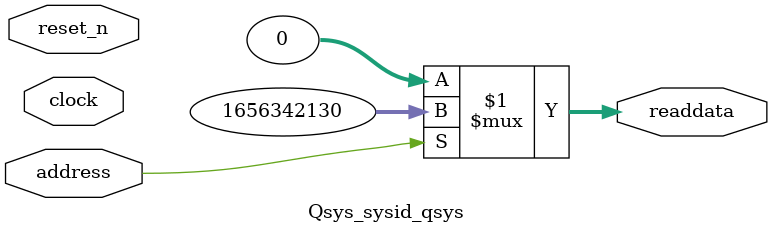
<source format=v>



// synthesis translate_off
`timescale 1ns / 1ps
// synthesis translate_on

// turn off superfluous verilog processor warnings 
// altera message_level Level1 
// altera message_off 10034 10035 10036 10037 10230 10240 10030 

module Qsys_sysid_qsys (
               // inputs:
                address,
                clock,
                reset_n,

               // outputs:
                readdata
             )
;

  output  [ 31: 0] readdata;
  input            address;
  input            clock;
  input            reset_n;

  wire    [ 31: 0] readdata;
  //control_slave, which is an e_avalon_slave
  assign readdata = address ? 1656342130 : 0;

endmodule



</source>
